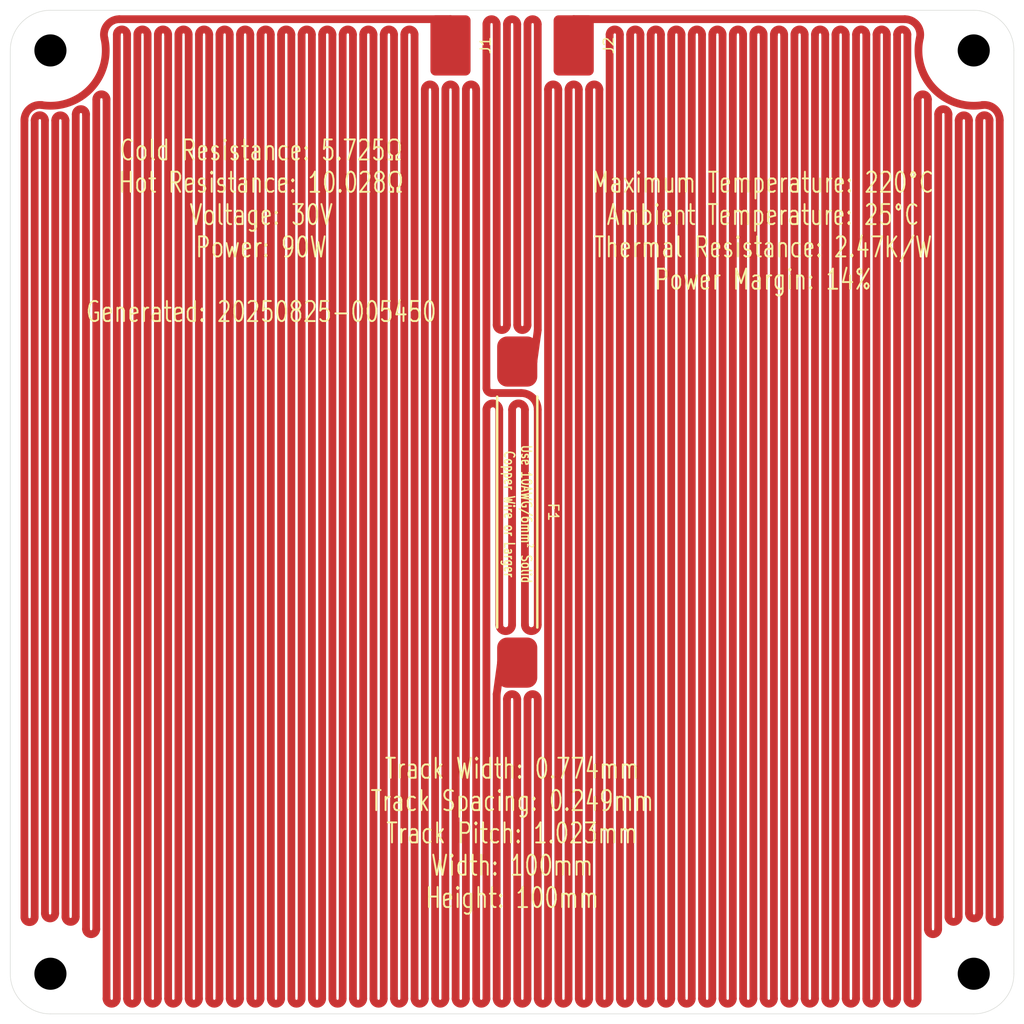
<source format=kicad_pcb>
(kicad_pcb (version 20241229) (generator "pcbnew") (generator_version "9.0")
  (layers (0 "F.Cu" signal) (2 "B.Cu" signal) (13 "F.Paste" user) (15 "B.Paste" user) (5 "F.SilkS" user "F.Silkscreen") (7 "B.SilkS" user "B.Silkscreen") (1 "F.Mask" user) (3 "B.Mask" user) (25 "Edge.Cuts" user))
  (net 0 "")
  (net 1 "Net-(J2-Pin_1)")
  (net 2 "Net-(J1-Pin_1)")
  (footprint "blg:MountingHole_3.2mm_M3_NoPad_TopLarge" (layer "F.Cu") (at 151 59)
    (property "Reference" "REF**" (hide yes))
    (property "Value" "MountingHole_3.2mm_M3_NoPad_TopLarge" (hide yes))
    (pad "" np_thru_hole circle (at 0 0) (size 7.6 7.6) (drill 3.2) (layers))
  )
  (footprint "Hotplate:SMD_PowerConnection_4x6mm" (layer "F.Cu") (at 111.138 58.5 -90)
    (property "Reference" "J2" (at 0 -3.5 270) (layer "F.SilkS"))
    (property "Value" "Hotplate_Power_Connection" (hide yes))
    (pad "1" smd roundrect (at 0 0 270) (size 6 4) (layers "F.Cu" "F.Mask" "F.Paste") (roundrect_rratio 0.125) (net 1 "Net-(J2-Pin_1)"))
  )
  (footprint "blg:MountingHole_3.2mm_M3_NoPad_TopLarge" (layer "F.Cu") (at 59 151)
    (property "Reference" "REF**" (hide yes))
    (property "Value" "MountingHole_3.2mm_M3_NoPad_TopLarge" (hide yes))
    (pad "" np_thru_hole circle (at 0 0) (size 7.6 7.6) (drill 3.2) (layers))
  )
  (footprint "blg:MountingHole_3.2mm_M3_NoPad_TopLarge" (layer "F.Cu") (at 151 151)
    (property "Reference" "REF**" (hide yes))
    (property "Value" "MountingHole_3.2mm_M3_NoPad_TopLarge" (hide yes))
    (pad "" np_thru_hole circle (at 0 0) (size 7.6 7.6) (drill 3.2) (layers))
  )
  (footprint "Hotplate:SMD_PowerConnection_4x6mm" (layer "F.Cu") (at 98.862 58.5 -90)
    (property "Reference" "J1" (at 0 -3.5 270) (layer "F.SilkS"))
    (property "Value" "Hotplate_Power_Connection" (hide yes))
    (pad "1" smd roundrect (at 0 0 270) (size 6 4) (layers "F.Cu" "F.Mask" "F.Paste") (roundrect_rratio 0.125) (net 2 "Net-(J1-Pin_1)"))
  )
  (footprint "Hotplate:Thermal Fuse, SN100C, Front, 35mm" (layer "F.Cu") (at 105.5115 105 -90)
    (property "Reference" "F1" (at 0 -3.6 270) (layer "F.SilkS"))
    (property "Value" "~")
    (fp_line (start -11.5 2) (end 11.5 2) (stroke (width 0.25)) (layer "F.SilkS"))
    (fp_line (start -11.5 -2) (end 11.5 -2) (stroke (width 0.25)) (layer "F.SilkS"))
    (fp_text user "Use 10AWG/6mm  Solid" (at 0.2 -0.9 270) (layer "F.SilkS") (effects (font (size 1 0.75))))
    (fp_text user "2" (at 3.35 -1.3 270) (layer "F.SilkS") (effects (font (size 0.6 0.4) (thickness 0.1))))
    (fp_text user "Copper Wire or Larger" (at 0.2 0.8 270) (layer "F.SilkS") (effects (font (size 1 0.75))))
    (pad "1" smd roundrect (at -15 0 270) (size 5 4) (layers "F.Cu" "F.Mask") (net 2 "Net-(J1-Pin_1)"))
    (pad "2" smd roundrect (at 15 0 270) (size 5 4) (layers "F.Cu" "F.Mask") (net 1 "Net-(J2-Pin_1)"))
  )
  (footprint "blg:MountingHole_3.2mm_M3_NoPad_TopLarge" (layer "F.Cu") (at 59 59)
    (property "Reference" "REF**" (hide yes))
    (property "Value" "MountingHole_3.2mm_M3_NoPad_TopLarge" (hide yes))
    (pad "" np_thru_hole circle (at 0 0) (size 7.6 7.6) (drill 3.2) (layers))
  )
  (gr_arc (start 55 59) (mid 56.171573 56.171573) (end 59 55) (stroke (width 0.05)) (layer "Edge.Cuts"))
  (gr_line (start 155 59) (end 155 151) (stroke (width 0.05)) (layer "Edge.Cuts"))
  (gr_arc (start 59 155) (mid 56.171573 153.828427) (end 55 151) (stroke (width 0.05)) (layer "Edge.Cuts"))
  (gr_line (start 59 155) (end 151 155) (stroke (width 0.05)) (layer "Edge.Cuts"))
  (gr_line (start 55 59) (end 55 151) (stroke (width 0.05)) (layer "Edge.Cuts"))
  (gr_arc (start 155 151) (mid 153.828427 153.828427) (end 151 155) (stroke (width 0.05)) (layer "Edge.Cuts"))
  (gr_arc (start 151 55) (mid 153.828427 56.171573) (end 155 59) (stroke (width 0.05)) (layer "Edge.Cuts"))
  (gr_line (start 59 55) (end 151 55) (stroke (width 0.05)) (layer "Edge.Cuts"))
  (gr_text "Track Width: 0.774mm\nTrack Spacing: 0.249mm\nTrack Pitch: 1.023mm\nWidth: 100mm\nHeight: 100mm" (at 105 137 0) (layer "F.SilkS") (effects (font (size 2 1.5) (thickness 0.1875))))
  (gr_text "Maximum Temperature: 220°C\nAmbient Temperature: 25°C\nThermal Resistance: 2.47K/W\nPower Margin: 14%" (at 130 77 0) (layer "F.SilkS") (effects (font (size 2 1.5) (thickness 0.1875))))
  (gr_text "Cold Resistance: 5.725Ω\nHot Resistance: 10.028Ω\nVoltage: 30V\nPower: 90W\n\nGenerated: 20250825-005450" (at 80 77 0) (layer "F.SilkS") (effects (font (size 2 1.5) (thickness 0.1875))))
  (segment (start 139.2705 153.477) (end 139.2705 57.4215) (width 0.773999) (layer "F.Cu") (net 1))
  (segment (start 141.3165 153.477) (end 141.3165 57.4215) (width 0.773999) (layer "F.Cu") (net 1))
  (segment (start 149.5005 145.32264) (end 149.5005 65.976386) (width 0.773999) (layer "F.Cu") (net 1))
  (segment (start 136.2015 57.4215) (end 136.2015 153.477) (width 0.773999) (layer "F.Cu") (net 1))
  (segment (start 112.6725 153.477) (end 112.6725 62.8985) (width 0.773999) (layer "F.Cu") (net 1))
  (segment (start 125.971499 57.4215) (end 125.971499 153.477) (width 0.773999) (layer "F.Cu") (net 1))
  (segment (start 144.3855 57.4215) (end 144.3855 153.477) (width 0.773999) (layer "F.Cu") (net 1))
  (segment (start 140.2935 57.4215) (end 140.2935 153.477) (width 0.773999) (layer "F.Cu") (net 1))
  (segment (start 108.5805 153.477) (end 108.5805 62.8985) (width 0.773999) (layer "F.Cu") (net 1))
  (segment (start 109.6035 62.8985) (end 109.6035 153.477) (width 0.773999) (layer "F.Cu") (net 1))
  (segment (start 128.0175 57.4215) (end 128.0175 153.477) (width 0.773999) (layer "F.Cu") (net 1))
  (segment (start 103.8985 120) (end 105.5115 120) (width 0.773999) (layer "F.Cu") (net 1))
  (segment (start 137.2245 153.477) (end 137.2245 57.4215) (width 0.773999) (layer "F.Cu") (net 1))
  (segment (start 123.9255 57.4215) (end 123.9255 153.477) (width 0.773999) (layer "F.Cu") (net 1))
  (segment (start 151.5465 144.977101) (end 151.5465 65.966114) (width 0.773999) (layer "F.Cu") (net 1))
  (segment (start 129.0405 153.477) (end 129.0405 57.4215) (width 0.773999) (layer "F.Cu") (net 1))
  (segment (start 106.5345 153.477) (end 106.5345 123.6485) (width 0.773999) (layer "F.Cu") (net 1))
  (segment (start 135.1785 153.477) (end 135.1785 57.4215) (width 0.773999) (layer "F.Cu") (net 1))
  (segment (start 111.138 55.887) (end 111.138 58.5) (width 0.773999) (layer "F.Cu") (net 1))
  (segment (start 116.7645 153.477) (end 116.7645 57.4215) (width 0.773999) (layer "F.Cu") (net 1))
  (segment (start 110.6265 153.477) (end 110.6265 62.8985) (width 0.773999) (layer "F.Cu") (net 1))
  (segment (start 115.7415 57.4215) (end 115.7415 153.477) (width 0.773999) (layer "F.Cu") (net 1))
  (segment (start 119.8335 57.4215) (end 119.8335 153.477) (width 0.773999) (layer "F.Cu") (net 1))
  (segment (start 121.8795 57.4215) (end 121.8795 153.477) (width 0.773999) (layer "F.Cu") (net 1))
  (segment (start 147.4545 146.548339) (end 147.4545 65.35932) (width 0.773999) (layer "F.Cu") (net 1))
  (segment (start 153.5925 145.347923) (end 153.5925 65.966114) (width 0.773999) (layer "F.Cu") (net 1))
  (segment (start 131.0865 153.477) (end 131.0865 57.4215) (width 0.773999) (layer "F.Cu") (net 1))
  (segment (start 107.5575 123.6485) (end 107.5575 153.477) (width 0.773999) (layer "F.Cu") (net 1))
  (segment (start 113.6955 62.8985) (end 113.6955 153.477) (width 0.773999) (layer "F.Cu") (net 1))
  (segment (start 130.0635 57.4215) (end 130.0635 153.477) (width 0.773999) (layer "F.Cu") (net 1))
  (segment (start 118.8105 153.477) (end 118.8105 57.4215) (width 0.773999) (layer "F.Cu") (net 1))
  (segment (start 122.9025 153.477) (end 122.9025 57.4215) (width 0.773999) (layer "F.Cu") (net 1))
  (segment (start 143.3625 153.477) (end 143.3625 57.4215) (width 0.773999) (layer "F.Cu") (net 1))
  (segment (start 148.4775 65.35932) (end 148.4775 145.32264) (width 0.773999) (layer "F.Cu") (net 1))
  (segment (start 142.3395 57.4215) (end 142.3395 153.477) (width 0.773999) (layer "F.Cu") (net 1))
  (segment (start 145.4085 153.477) (end 145.4085 63.882593) (width 0.773999) (layer "F.Cu") (net 1))
  (segment (start 134.155499 57.4215) (end 134.155499 153.477) (width 0.773999) (layer "F.Cu") (net 1))
  (segment (start 138.2475 57.4215) (end 138.2475 153.477) (width 0.773999) (layer "F.Cu") (net 1))
  (segment (start 105.5115 123.6485) (end 105.5115 153.477) (width 0.773999) (layer "F.Cu") (net 1))
  (segment (start 146.4315 63.882593) (end 146.4315 146.548339) (width 0.773999) (layer "F.Cu") (net 1))
  (segment (start 114.7185 153.477) (end 114.7185 57.4215) (width 0.773999) (layer "F.Cu") (net 1))
  (segment (start 117.7875 57.4215) (end 117.7875 153.477) (width 0.773999) (layer "F.Cu") (net 1))
  (segment (start 132.1095 57.4215) (end 132.1095 153.477) (width 0.773999) (layer "F.Cu") (net 1))
  (segment (start 144.133089 55.887) (end 111.138 55.887) (width 0.773999) (layer "F.Cu") (net 1))
  (segment (start 104.4885 153.477) (end 104.4885 123.6485) (width 0.773999) (layer "F.Cu") (net 1))
  (segment (start 103.4655 123.137) (end 103.4655 153.477) (width 0.773999) (layer "F.Cu") (net 1))
  (segment (start 111.6495 62.8985) (end 111.6495 153.477) (width 0.773999) (layer "F.Cu") (net 1))
  (segment (start 103.4655 123.137) (end 103.8985 120) (width 0.773999) (layer "F.Cu") (net 1))
  (segment (start 150.5235 65.976386) (end 150.5235 144.977101) (width 0.773999) (layer "F.Cu") (net 1))
  (segment (start 126.994499 153.477) (end 126.994499 57.4215) (width 0.773999) (layer "F.Cu") (net 1))
  (segment (start 152.5695 65.966114) (end 152.5695 145.347923) (width 0.773999) (layer "F.Cu") (net 1))
  (segment (start 120.8565 153.477) (end 120.8565 57.4215) (width 0.773999) (layer "F.Cu") (net 1))
  (segment (start 124.9485 153.477) (end 124.9485 57.4215) (width 0.773999) (layer "F.Cu") (net 1))
  (segment (start 133.1325 153.477) (end 133.1325 57.4215) (width 0.773999) (layer "F.Cu") (net 1))
  (arc (start 120.8565 57.4215) (mid 121.368 56.91) (end 121.8795 57.4215) (width 0.773999) (layer "F.Cu") (net 1))
  (arc (start 111.6495 153.477) (mid 112.161 153.9885) (end 112.6725 153.477) (width 0.773999) (layer "F.Cu") (net 1))
  (arc (start 126.994499 57.4215) (mid 127.505999 56.91) (end 128.0175 57.4215) (width 0.773999) (layer "F.Cu") (net 1))
  (arc (start 115.7415 153.477) (mid 116.253 153.9885) (end 116.7645 153.477) (width 0.773999) (layer "F.Cu") (net 1))
  (arc (start 104.4885 123.6485) (mid 105 123.137) (end 105.5115 123.6485) (width 0.773999) (layer "F.Cu") (net 1))
  (arc (start 143.3625 57.4215) (mid 143.874 56.91) (end 144.3855 57.4215) (width 0.773999) (layer "F.Cu") (net 1))
  (arc (start 144.3855 153.477) (mid 144.897 153.9885) (end 145.4085 153.477) (width 0.773999) (layer "F.Cu") (net 1))
  (arc (start 118.8105 57.4215) (mid 119.322 56.91) (end 119.8335 57.4215) (width 0.773999) (layer "F.Cu") (net 1))
  (arc (start 151.827585 64.449012) (mid 146.958998 62.747924) (end 145.628587 57.76527) (width 0.773999) (layer "F.Cu") (net 1))
  (arc (start 141.3165 57.4215) (mid 141.827999 56.91) (end 142.3395 57.4215) (width 0.773999) (layer "F.Cu") (net 1))
  (arc (start 113.6955 153.477) (mid 114.207 153.9885) (end 114.7185 153.477) (width 0.773999) (layer "F.Cu") (net 1))
  (arc (start 122.9025 57.4215) (mid 123.414 56.91) (end 123.9255 57.4215) (width 0.773999) (layer "F.Cu") (net 1))
  (arc (start 132.1095 153.477) (mid 132.620999 153.9885) (end 133.1325 153.477) (width 0.773999) (layer "F.Cu") (net 1))
  (arc (start 117.7875 153.477) (mid 118.299 153.9885) (end 118.8105 153.477) (width 0.773999) (layer "F.Cu") (net 1))
  (arc (start 106.5345 123.6485) (mid 107.045999 123.137) (end 107.5575 123.6485) (width 0.773999) (layer "F.Cu") (net 1))
  (arc (start 138.2475 153.477) (mid 138.759 153.9885) (end 139.2705 153.477) (width 0.773999) (layer "F.Cu") (net 1))
  (arc (start 109.6035 153.477) (mid 110.115 153.9885) (end 110.6265 153.477) (width 0.773999) (layer "F.Cu") (net 1))
  (arc (start 135.1785 57.4215) (mid 135.69 56.91) (end 136.2015 57.4215) (width 0.773999) (layer "F.Cu") (net 1))
  (arc (start 145.4085 63.882593) (mid 145.92 63.371093) (end 146.4315 63.882593) (width 0.773999) (layer "F.Cu") (net 1))
  (arc (start 121.8795 153.477) (mid 122.391 153.9885) (end 122.9025 153.477) (width 0.773999) (layer "F.Cu") (net 1))
  (arc (start 110.6265 62.8985) (mid 111.138 62.387) (end 111.6495 62.8985) (width 0.773999) (layer "F.Cu") (net 1))
  (arc (start 136.2015 153.477) (mid 136.713 153.9885) (end 137.2245 153.477) (width 0.773999) (layer "F.Cu") (net 1))
  (arc (start 134.155499 153.477) (mid 134.666999 153.9885) (end 135.1785 153.477) (width 0.773999) (layer "F.Cu") (net 1))
  (arc (start 137.2245 57.4215) (mid 137.736 56.91) (end 138.2475 57.4215) (width 0.773999) (layer "F.Cu") (net 1))
  (arc (start 148.4775 145.32264) (mid 148.988999 145.83414) (end 149.5005 145.32264) (width 0.773999) (layer "F.Cu") (net 1))
  (arc (start 150.5235 144.977101) (mid 151.035 145.488601) (end 151.5465 144.977101) (width 0.773999) (layer "F.Cu") (net 1))
  (arc (start 153.5925 65.966114) (mid 153.199334 64.940421) (end 151.827585 64.449012) (width 0.773999) (layer "F.Cu") (net 1))
  (arc (start 128.0175 153.477) (mid 128.529 153.9885) (end 129.0405 153.477) (width 0.773999) (layer "F.Cu") (net 1))
  (arc (start 146.4315 146.548339) (mid 146.942999 147.059839) (end 147.4545 146.548339) (width 0.773999) (layer "F.Cu") (net 1))
  (arc (start 151.5465 65.966114) (mid 152.058 65.454614) (end 152.5695 65.966114) (width 0.773999) (layer "F.Cu") (net 1))
  (arc (start 108.5805 62.8985) (mid 109.092 62.387) (end 109.6035 62.8985) (width 0.773999) (layer "F.Cu") (net 1))
  (arc (start 139.2705 57.4215) (mid 139.781999 56.91) (end 140.2935 57.4215) (width 0.773999) (layer "F.Cu") (net 1))
  (arc (start 130.0635 153.477) (mid 130.574999 153.9885) (end 131.0865 153.477) (width 0.773999) (layer "F.Cu") (net 1))
  (arc (start 114.7185 57.4215) (mid 115.23 56.91) (end 115.7415 57.4215) (width 0.773999) (layer "F.Cu") (net 1))
  (arc (start 124.9485 57.4215) (mid 125.46 56.91) (end 125.971499 57.4215) (width 0.773999) (layer "F.Cu") (net 1))
  (arc (start 133.1325 57.4215) (mid 133.643999 56.91) (end 134.155499 57.4215) (width 0.773999) (layer "F.Cu") (net 1))
  (arc (start 144.133089 55.887) (mid 145.333549 56.465682) (end 145.628587 57.76527) (width 0.773999) (layer "F.Cu") (net 1))
  (arc (start 147.4545 65.35932) (mid 147.965999 64.84782) (end 148.4775 65.35932) (width 0.773999) (layer "F.Cu") (net 1))
  (arc (start 149.5005 65.976386) (mid 150.012 65.464886) (end 150.5235 65.976386) (width 0.773999) (layer "F.Cu") (net 1))
  (arc (start 142.3395 153.477) (mid 142.851 153.9885) (end 143.3625 153.477) (width 0.773999) (layer "F.Cu") (net 1))
  (arc (start 119.8335 153.477) (mid 120.345 153.9885) (end 120.8565 153.477) (width 0.773999) (layer "F.Cu") (net 1))
  (arc (start 123.9255 153.477) (mid 124.437 153.9885) (end 124.9485 153.477) (width 0.773999) (layer "F.Cu") (net 1))
  (arc (start 129.0405 57.4215) (mid 129.551999 56.91) (end 130.0635 57.4215) (width 0.773999) (layer "F.Cu") (net 1))
  (arc (start 152.5695 145.347923) (mid 153.081 145.859423) (end 153.5925 145.347923) (width 0.773999) (layer "F.Cu") (net 1))
  (arc (start 105.5115 153.477) (mid 106.023 153.9885) (end 106.5345 153.477) (width 0.773999) (layer "F.Cu") (net 1))
  (arc (start 116.7645 57.4215) (mid 117.276 56.91) (end 117.7875 57.4215) (width 0.773999) (layer "F.Cu") (net 1))
  (arc (start 112.6725 62.8985) (mid 113.184 62.387) (end 113.6955 62.8985) (width 0.773999) (layer "F.Cu") (net 1))
  (arc (start 125.971499 153.477) (mid 126.482999 153.9885) (end 126.994499 153.477) (width 0.773999) (layer "F.Cu") (net 1))
  (arc (start 140.2935 153.477) (mid 140.804999 153.9885) (end 141.3165 153.477) (width 0.773999) (layer "F.Cu") (net 1))
  (arc (start 107.5575 153.477) (mid 108.069 153.9885) (end 108.5805 153.477) (width 0.773999) (layer "F.Cu") (net 1))
  (arc (start 103.4655 153.477) (mid 103.977 153.9885) (end 104.4885 153.477) (width 0.773999) (layer "F.Cu") (net 1))
  (arc (start 131.0865 57.4215) (mid 131.597999 56.91) (end 132.1095 57.4215) (width 0.773999) (layer "F.Cu") (net 1))
  (segment (start 85.0515 153.477) (end 85.0515 57.4215) (width 0.773999) (layer "F.Cu") (net 2))
  (segment (start 63.5685 63.882593) (end 63.5685 146.548339) (width 0.773999) (layer "F.Cu") (net 2))
  (segment (start 80.959499 153.477) (end 80.959499 57.4215) (width 0.773999) (layer "F.Cu") (net 2))
  (segment (start 100.3965 62.8985) (end 100.3965 153.477) (width 0.773999) (layer "F.Cu") (net 2))
  (segment (start 97.3275 153.477) (end 97.3275 62.8985) (width 0.773999) (layer "F.Cu") (net 2))
  (segment (start 60.4995 145.32264) (end 60.4995 65.976386) (width 0.773999) (layer "F.Cu") (net 2))
  (segment (start 56.4075 145.347923) (end 56.4075 65.966114) (width 0.773999) (layer "F.Cu") (net 2))
  (segment (start 71.7525 57.4215) (end 71.7525 153.477) (width 0.773999) (layer "F.Cu") (net 2))
  (segment (start 62.5455 146.548339) (end 62.5455 65.35932) (width 0.773999) (layer "F.Cu") (net 2))
  (segment (start 81.9825 57.4215) (end 81.9825 153.477) (width 0.773999) (layer "F.Cu") (net 2))
  (segment (start 94.2585 57.4215) (end 94.2585 153.477) (width 0.773999) (layer "F.Cu") (net 2))
  (segment (start 102.954 93.137) (end 105.895125 93.137) (width 0.773999) (layer "F.Cu") (net 2))
  (segment (start 77.8905 57.4215) (end 77.8905 153.477) (width 0.773999) (layer "F.Cu") (net 2))
  (segment (start 70.7295 153.477) (end 70.7295 57.4215) (width 0.773999) (layer "F.Cu") (net 2))
  (segment (start 105.5115 86.3515) (end 105.5115 56.3985) (width 0.773999) (layer "F.Cu") (net 2))
  (segment (start 84.0285 57.4215) (end 84.0285 153.477) (width 0.773999) (layer "F.Cu") (net 2))
  (segment (start 88.1205 57.4215) (end 88.1205 153.477) (width 0.773999) (layer "F.Cu") (net 2))
  (segment (start 76.8675 153.477) (end 76.8675 57.4215) (width 0.773999) (layer "F.Cu") (net 2))
  (segment (start 75.8445 57.4215) (end 75.8445 153.477) (width 0.773999) (layer "F.Cu") (net 2))
  (segment (start 106.5345 56.3985) (end 106.5345 86.3515) (width 0.773999) (layer "F.Cu") (net 2))
  (segment (start 57.430499 65.966114) (end 57.430499 145.347923) (width 0.773999) (layer "F.Cu") (net 2))
  (segment (start 107.5575 94.799375) (end 107.5575 116.223625) (width 0.773999) (layer "F.Cu") (net 2))
  (segment (start 102.4425 56.3985) (end 102.4425 92.6255) (width 0.773999) (layer "F.Cu") (net 2))
  (segment (start 103.4655 86.3515) (end 103.4655 56.3985) (width 0.773999) (layer "F.Cu") (net 2))
  (segment (start 90.1665 57.4215) (end 90.1665 153.477) (width 0.773999) (layer "F.Cu") (net 2))
  (segment (start 69.706499 57.4215) (end 69.706499 153.477) (width 0.773999) (layer "F.Cu") (net 2))
  (segment (start 99.3735 153.477) (end 99.3735 62.8985) (width 0.773999) (layer "F.Cu") (net 2))
  (segment (start 65.614499 57.4215) (end 65.614499 153.477) (width 0.773999) (layer "F.Cu") (net 2))
  (segment (start 65.86691 55.887) (end 98.862 55.887) (width 0.773999) (layer "F.Cu") (net 2))
  (segment (start 106.278749 116.223625) (end 106.278749 94.799375) (width 0.773999) (layer "F.Cu") (net 2))
  (segment (start 59.476499 65.976386) (end 59.476499 144.977101) (width 0.773999) (layer "F.Cu") (net 2))
  (segment (start 64.5915 153.477) (end 64.5915 63.882593) (width 0.773999) (layer "F.Cu") (net 2))
  (segment (start 68.6835 153.477) (end 68.6835 57.4215) (width 0.773999) (layer "F.Cu") (net 2))
  (segment (start 89.1435 153.477) (end 89.1435 57.4215) (width 0.773999) (layer "F.Cu") (net 2))
  (segment (start 67.6605 57.4215) (end 67.6605 153.477) (width 0.773999) (layer "F.Cu") (net 2))
  (segment (start 102.4425 94.799375) (end 102.4425 153.477) (width 0.773999) (layer "F.Cu") (net 2))
  (segment (start 95.2815 153.477) (end 95.2815 57.4215) (width 0.773999) (layer "F.Cu") (net 2))
  (segment (start 87.0975 153.477) (end 87.0975 57.4215) (width 0.773999) (layer "F.Cu") (net 2))
  (segment (start 61.522499 65.35932) (end 61.522499 145.32264) (width 0.773999) (layer "F.Cu") (net 2))
  (segment (start 98.862 55.887) (end 98.862 58.5) (width 0.773999) (layer "F.Cu") (net 2))
  (segment (start 98.3505 62.8985) (end 98.3505 153.477) (width 0.773999) (layer "F.Cu") (net 2))
  (segment (start 86.0745 57.4215) (end 86.0745 153.477) (width 0.773999) (layer "F.Cu") (net 2))
  (segment (start 105 94.799375) (end 105 116.223625) (width 0.773999) (layer "F.Cu") (net 2))
  (segment (start 96.3045 62.8985) (end 96.3045 153.477) (width 0.773999) (layer "F.Cu") (net 2))
  (segment (start 107.1245 90) (end 105.5115 90) (width 0.773999) (layer "F.Cu") (net 2))
  (segment (start 78.9135 153.477) (end 78.9135 57.4215) (width 0.773999) (layer "F.Cu") (net 2))
  (segment (start 103.72125 116.223625) (end 103.72125 94.799375) (width 0.773999) (layer "F.Cu") (net 2))
  (segment (start 58.4535 144.977101) (end 58.4535 65.966114) (width 0.773999) (layer "F.Cu") (net 2))
  (segment (start 107.5575 86.863) (end 107.5575 56.3985) (width 0.773999) (layer "F.Cu") (net 2))
  (segment (start 79.9365 57.4215) (end 79.9365 153.477) (width 0.773999) (layer "F.Cu") (net 2))
  (segment (start 72.7755 153.477) (end 72.7755 57.4215) (width 0.773999) (layer "F.Cu") (net 2))
  (segment (start 74.8215 153.477) (end 74.8215 57.4215) (width 0.773999) (layer "F.Cu") (net 2))
  (segment (start 91.1895 153.477) (end 91.1895 57.4215) (width 0.773999) (layer "F.Cu") (net 2))
  (segment (start 107.5575 86.863) (end 107.1245 90) (width 0.773999) (layer "F.Cu") (net 2))
  (segment (start 92.212499 57.4215) (end 92.212499 153.477) (width 0.773999) (layer "F.Cu") (net 2))
  (segment (start 93.2355 153.477) (end 93.2355 57.4215) (width 0.773999) (layer "F.Cu") (net 2))
  (segment (start 104.4885 56.3985) (end 104.4885 86.3515) (width 0.773999) (layer "F.Cu") (net 2))
  (segment (start 66.6375 153.477) (end 66.6375 57.4215) (width 0.773999) (layer "F.Cu") (net 2))
  (segment (start 101.4195 153.477) (end 101.4195 62.8985) (width 0.773999) (layer "F.Cu") (net 2))
  (segment (start 73.7985 57.4215) (end 73.7985 153.477) (width 0.773999) (layer "F.Cu") (net 2))
  (segment (start 83.0055 153.477) (end 83.0055 57.4215) (width 0.773999) (layer "F.Cu") (net 2))
  (arc (start 96.3045 153.477) (mid 95.792999 153.9885) (end 95.2815 153.477) (width 0.773999) (layer "F.Cu") (net 2))
  (arc (start 73.7985 153.477) (mid 73.286999 153.9885) (end 72.7755 153.477) (width 0.773999) (layer "F.Cu") (net 2))
  (arc (start 99.3735 62.8985) (mid 98.862 62.387) (end 98.3505 62.8985) (width 0.773999) (layer "F.Cu") (net 2))
  (arc (start 90.1665 153.477) (mid 89.655 153.9885) (end 89.1435 153.477) (width 0.773999) (layer "F.Cu") (net 2))
  (arc (start 69.706499 153.477) (mid 69.195 153.9885) (end 68.6835 153.477) (width 0.773999) (layer "F.Cu") (net 2))
  (arc (start 61.522499 145.32264) (mid 61.010999 145.83414) (end 60.4995 145.32264) (width 0.773999) (layer "F.Cu") (net 2))
  (arc (start 68.6835 57.4215) (mid 68.172 56.91) (end 67.6605 57.4215) (width 0.773999) (layer "F.Cu") (net 2))
  (arc (start 57.430499 145.347923) (mid 56.919 145.859423) (end 56.4075 145.347923) (width 0.773999) (layer "F.Cu") (net 2))
  (arc (start 95.2815 57.4215) (mid 94.77 56.91) (end 94.2585 57.4215) (width 0.773999) (layer "F.Cu") (net 2))
  (arc (start 103.4655 56.3985) (mid 102.954 55.887) (end 102.4425 56.3985) (width 0.773999) (layer "F.Cu") (net 2))
  (arc (start 79.9365 153.477) (mid 79.425 153.9885) (end 78.9135 153.477) (width 0.773999) (layer "F.Cu") (net 2))
  (arc (start 86.0745 153.477) (mid 85.563 153.9885) (end 85.0515 153.477) (width 0.773999) (layer "F.Cu") (net 2))
  (arc (start 107.5575 116.223625) (mid 106.918124 116.863) (end 106.278749 116.223625) (width 0.773999) (layer "F.Cu") (net 2))
  (arc (start 89.1435 57.4215) (mid 88.632 56.91) (end 88.1205 57.4215) (width 0.773999) (layer "F.Cu") (net 2))
  (arc (start 105.895125 93.137) (mid 107.070601 93.623898) (end 107.5575 94.799375) (width 0.773999) (layer "F.Cu") (net 2))
  (arc (start 65.614499 153.477) (mid 65.102999 153.9885) (end 64.5915 153.477) (width 0.773999) (layer "F.Cu") (net 2))
  (arc (start 97.3275 62.8985) (mid 96.816 62.387) (end 96.3045 62.8985) (width 0.773999) (layer "F.Cu") (net 2))
  (arc (start 75.8445 153.477) (mid 75.333 153.9885) (end 74.8215 153.477) (width 0.773999) (layer "F.Cu") (net 2))
  (arc (start 106.278749 94.799375) (mid 105.639374 94.16) (end 105 94.799375) (width 0.773999) (layer "F.Cu") (net 2))
  (arc (start 87.0975 57.4215) (mid 86.586 56.91) (end 86.0745 57.4215) (width 0.773999) (layer "F.Cu") (net 2))
  (arc (start 98.3505 153.477) (mid 97.839 153.9885) (end 97.3275 153.477) (width 0.773999) (layer "F.Cu") (net 2))
  (arc (start 72.7755 57.4215) (mid 72.264 56.91) (end 71.7525 57.4215) (width 0.773999) (layer "F.Cu") (net 2))
  (arc (start 84.0285 153.477) (mid 83.517 153.9885) (end 83.0055 153.477) (width 0.773999) (layer "F.Cu") (net 2))
  (arc (start 64.5915 63.882593) (mid 64.08 63.371093) (end 63.5685 63.882593) (width 0.773999) (layer "F.Cu") (net 2))
  (arc (start 74.8215 57.4215) (mid 74.31 56.91) (end 73.7985 57.4215) (width 0.773999) (layer "F.Cu") (net 2))
  (arc (start 105 116.223625) (mid 104.360625 116.863) (end 103.72125 116.223625) (width 0.773999) (layer "F.Cu") (net 2))
  (arc (start 91.1895 57.4215) (mid 90.678 56.91) (end 90.1665 57.4215) (width 0.773999) (layer "F.Cu") (net 2))
  (arc (start 78.9135 57.4215) (mid 78.402 56.91) (end 77.8905 57.4215) (width 0.773999) (layer "F.Cu") (net 2))
  (arc (start 106.5345 86.3515) (mid 106.023 86.863) (end 105.5115 86.3515) (width 0.773999) (layer "F.Cu") (net 2))
  (arc (start 58.4535 65.966114) (mid 57.942 65.454614) (end 57.430499 65.966114) (width 0.773999) (layer "F.Cu") (net 2))
  (arc (start 66.6375 57.4215) (mid 66.125999 56.91) (end 65.614499 57.4215) (width 0.773999) (layer "F.Cu") (net 2))
  (arc (start 70.7295 57.4215) (mid 70.218 56.91) (end 69.706499 57.4215) (width 0.773999) (layer "F.Cu") (net 2))
  (arc (start 83.0055 57.4215) (mid 82.494 56.91) (end 81.9825 57.4215) (width 0.773999) (layer "F.Cu") (net 2))
  (arc (start 67.6605 153.477) (mid 67.149 153.9885) (end 66.6375 153.477) (width 0.773999) (layer "F.Cu") (net 2))
  (arc (start 100.3965 153.477) (mid 99.885 153.9885) (end 99.3735 153.477) (width 0.773999) (layer "F.Cu") (net 2))
  (arc (start 85.0515 57.4215) (mid 84.539999 56.91) (end 84.0285 57.4215) (width 0.773999) (layer "F.Cu") (net 2))
  (arc (start 77.8905 153.477) (mid 77.379 153.9885) (end 76.8675 153.477) (width 0.773999) (layer "F.Cu") (net 2))
  (arc (start 71.7525 153.477) (mid 71.241 153.9885) (end 70.7295 153.477) (width 0.773999) (layer "F.Cu") (net 2))
  (arc (start 58.172414 64.449012) (mid 63.041001 62.747924) (end 64.371412 57.76527) (width 0.773999) (layer "F.Cu") (net 2))
  (arc (start 88.1205 153.477) (mid 87.609 153.9885) (end 87.0975 153.477) (width 0.773999) (layer "F.Cu") (net 2))
  (arc (start 56.4075 65.966114) (mid 56.800665 64.940421) (end 58.172414 64.449012) (width 0.773999) (layer "F.Cu") (net 2))
  (arc (start 76.8675 57.4215) (mid 76.356 56.91) (end 75.8445 57.4215) (width 0.773999) (layer "F.Cu") (net 2))
  (arc (start 102.954 93.137) (mid 102.592314 92.987185) (end 102.4425 92.6255) (width 0.773999) (layer "F.Cu") (net 2))
  (arc (start 81.9825 153.477) (mid 81.471 153.9885) (end 80.959499 153.477) (width 0.773999) (layer "F.Cu") (net 2))
  (arc (start 102.4425 153.477) (mid 101.931 153.9885) (end 101.4195 153.477) (width 0.773999) (layer "F.Cu") (net 2))
  (arc (start 101.4195 62.8985) (mid 100.908 62.387) (end 100.3965 62.8985) (width 0.773999) (layer "F.Cu") (net 2))
  (arc (start 59.476499 144.977101) (mid 58.965 145.488601) (end 58.4535 144.977101) (width 0.773999) (layer "F.Cu") (net 2))
  (arc (start 104.4885 86.3515) (mid 103.977 86.863) (end 103.4655 86.3515) (width 0.773999) (layer "F.Cu") (net 2))
  (arc (start 107.5575 56.3985) (mid 107.045999 55.887) (end 106.5345 56.3985) (width 0.773999) (layer "F.Cu") (net 2))
  (arc (start 62.5455 65.35932) (mid 62.034 64.84782) (end 61.522499 65.35932) (width 0.773999) (layer "F.Cu") (net 2))
  (arc (start 105.5115 56.3985) (mid 105 55.887) (end 104.4885 56.3985) (width 0.773999) (layer "F.Cu") (net 2))
  (arc (start 103.72125 94.799375) (mid 103.081875 94.16) (end 102.4425 94.799375) (width 0.773999) (layer "F.Cu") (net 2))
  (arc (start 63.5685 146.548339) (mid 63.057 147.059839) (end 62.5455 146.548339) (width 0.773999) (layer "F.Cu") (net 2))
  (arc (start 92.212499 153.477) (mid 91.701 153.9885) (end 91.1895 153.477) (width 0.773999) (layer "F.Cu") (net 2))
  (arc (start 94.2585 153.477) (mid 93.747 153.9885) (end 93.2355 153.477) (width 0.773999) (layer "F.Cu") (net 2))
  (arc (start 65.86691 55.887) (mid 64.66645 56.465682) (end 64.371412 57.76527) (width 0.773999) (layer "F.Cu") (net 2))
  (arc (start 93.2355 57.4215) (mid 92.724 56.91) (end 92.212499 57.4215) (width 0.773999) (layer "F.Cu") (net 2))
  (arc (start 80.959499 57.4215) (mid 80.448 56.91) (end 79.9365 57.4215) (width 0.773999) (layer "F.Cu") (net 2))
  (arc (start 60.4995 65.976386) (mid 59.988 65.464886) (end 59.476499 65.976386) (width 0.773999) (layer "F.Cu") (net 2))
)
</source>
